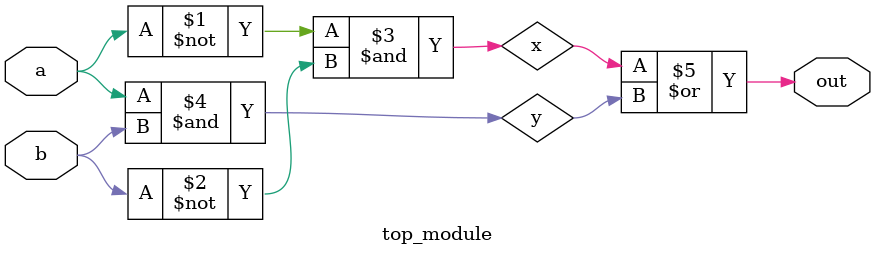
<source format=v>
module top_module( 
    input a, 
    input b, 
    output out );
    wire x, y;
    and(x, ~a, ~b);
    and(y, a, b);
    or(out, x, y);
endmodule

</source>
